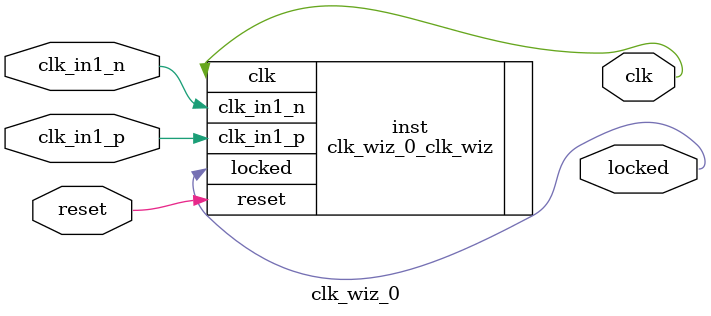
<source format=v>


`timescale 1ps/1ps

(* CORE_GENERATION_INFO = "clk_wiz_0,clk_wiz_v6_0_6_0_0,{component_name=clk_wiz_0,use_phase_alignment=true,use_min_o_jitter=false,use_max_i_jitter=false,use_dyn_phase_shift=false,use_inclk_switchover=false,use_dyn_reconfig=false,enable_axi=0,feedback_source=FDBK_AUTO,PRIMITIVE=MMCM,num_out_clk=1,clkin1_period=5.000,clkin2_period=10.0,use_power_down=false,use_reset=true,use_locked=true,use_inclk_stopped=false,feedback_type=SINGLE,CLOCK_MGR_TYPE=NA,manual_override=false}" *)

module clk_wiz_0 
 (
  // Clock out ports
  output        clk,
  // Status and control signals
  input         reset,
  output        locked,
 // Clock in ports
  input         clk_in1_p,
  input         clk_in1_n
 );

  clk_wiz_0_clk_wiz inst
  (
  // Clock out ports  
  .clk(clk),
  // Status and control signals               
  .reset(reset), 
  .locked(locked),
 // Clock in ports
  .clk_in1_p(clk_in1_p),
  .clk_in1_n(clk_in1_n)
  );

endmodule

</source>
